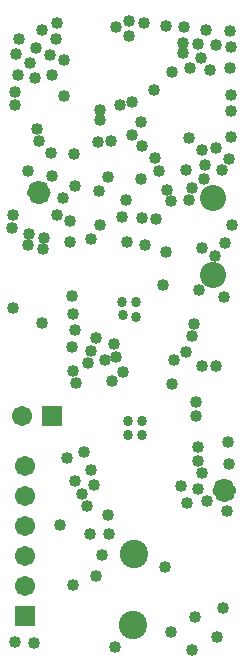
<source format=gbs>
%FSLAX24Y24*%
%MOIN*%
G70*
G01*
G75*
G04 Layer_Color=16711935*
%ADD10C,0.0197*%
%ADD11C,0.0276*%
%ADD12R,0.0250X0.0200*%
%ADD13R,0.0827X0.0689*%
%ADD14R,0.1142X0.0689*%
%ADD15R,0.1142X0.0886*%
%ADD16R,0.0433X0.0236*%
%ADD17R,0.0300X0.0300*%
%ADD18R,0.0300X0.0300*%
%ADD19R,0.0236X0.0433*%
%ADD20R,0.0335X0.1693*%
%ADD21R,0.0200X0.0250*%
%ADD22C,0.0472*%
%ADD23R,0.1102X0.1102*%
%ADD24O,0.0256X0.0138*%
%ADD25O,0.0138X0.0256*%
%ADD26R,0.0591X0.0512*%
%ADD27R,0.0320X0.0300*%
%ADD28R,0.1024X0.1024*%
%ADD29O,0.0098X0.0276*%
%ADD30O,0.0276X0.0098*%
%ADD31R,0.0433X0.0472*%
%ADD32R,0.0354X0.0110*%
%ADD33R,0.0110X0.0354*%
%ADD34R,0.0110X0.0354*%
%ADD35R,0.0512X0.0591*%
%ADD36C,0.0250*%
%ADD37C,0.0150*%
%ADD38C,0.0100*%
%ADD39C,0.0300*%
%ADD40C,0.0400*%
%ADD41C,0.0200*%
%ADD42C,0.0080*%
%ADD43C,0.0350*%
%ADD44C,0.0120*%
%ADD45C,0.0059*%
%ADD46C,0.0500*%
%ADD47C,0.0060*%
%ADD48R,0.0579X0.0630*%
%ADD49R,0.0190X0.0515*%
%ADD50R,0.1180X0.0320*%
%ADD51R,0.0595X0.1290*%
%ADD52R,0.0400X0.0900*%
%ADD53R,0.1029X0.0407*%
%ADD54R,0.0550X0.1050*%
%ADD55R,0.0879X0.3300*%
%ADD56R,0.0570X0.1500*%
%ADD57C,0.0787*%
%ADD58C,0.0866*%
%ADD59R,0.0591X0.0591*%
%ADD60C,0.0591*%
%ADD61R,0.0591X0.0591*%
%ADD62C,0.0320*%
%ADD63C,0.0260*%
%ADD64R,0.1400X0.1000*%
%ADD65C,0.0098*%
%ADD66C,0.0039*%
%ADD67C,0.0079*%
%ADD68C,0.0050*%
%ADD69C,0.0043*%
%ADD70C,0.0394*%
%ADD71R,0.0330X0.0280*%
%ADD72R,0.0907X0.0769*%
%ADD73R,0.1222X0.0769*%
%ADD74R,0.1222X0.0966*%
%ADD75R,0.0513X0.0316*%
%ADD76R,0.0380X0.0380*%
%ADD77R,0.0380X0.0380*%
%ADD78R,0.0316X0.0513*%
%ADD79R,0.0415X0.1773*%
%ADD80R,0.0280X0.0330*%
%ADD81C,0.0552*%
%ADD82R,0.1182X0.1182*%
%ADD83O,0.0336X0.0218*%
%ADD84O,0.0218X0.0336*%
%ADD85R,0.0671X0.0592*%
%ADD86R,0.0400X0.0380*%
%ADD87R,0.1104X0.1104*%
%ADD88O,0.0178X0.0356*%
%ADD89O,0.0356X0.0178*%
%ADD90R,0.0513X0.0552*%
%ADD91R,0.0434X0.0190*%
%ADD92R,0.0190X0.0434*%
%ADD93R,0.0190X0.0434*%
%ADD94R,0.0592X0.0671*%
%ADD95C,0.0867*%
%ADD96C,0.0946*%
%ADD97R,0.0671X0.0671*%
%ADD98C,0.0671*%
%ADD99R,0.0671X0.0671*%
%ADD100C,0.0400*%
%ADD101C,0.0340*%
D70*
X1348Y15600D02*
G03*
X1348Y15600I-197J0D01*
G01*
X7527Y5670D02*
G03*
X7527Y5670I-197J0D01*
G01*
D95*
X6950Y12850D02*
D03*
Y15409D02*
D03*
D96*
X4320Y3543D02*
D03*
X4298Y1181D02*
D03*
D97*
X680Y1480D02*
D03*
D98*
Y2480D02*
D03*
Y3480D02*
D03*
Y4480D02*
D03*
Y5480D02*
D03*
Y6480D02*
D03*
X600Y8150D02*
D03*
D99*
X1600D02*
D03*
D100*
X6060Y10280D02*
D03*
X6680Y16510D02*
D03*
X7020Y13480D02*
D03*
X7440Y7280D02*
D03*
X5340Y3130D02*
D03*
X5550Y940D02*
D03*
X3060Y2800D02*
D03*
X3240Y3520D02*
D03*
X3920Y14770D02*
D03*
X5300Y12500D02*
D03*
X1300Y13710D02*
D03*
X820Y14230D02*
D03*
X6390Y8140D02*
D03*
X1310Y14070D02*
D03*
X6250Y350D02*
D03*
X3700Y450D02*
D03*
X4550Y16050D02*
D03*
X5050Y14700D02*
D03*
X4600Y14750D02*
D03*
X2250Y10450D02*
D03*
X2350Y11000D02*
D03*
X2300Y11550D02*
D03*
X7050Y9820D02*
D03*
X6600D02*
D03*
X1250Y11250D02*
D03*
X2800Y9900D02*
D03*
X2900Y10300D02*
D03*
X3650Y10550D02*
D03*
X3050Y10750D02*
D03*
X4700Y13850D02*
D03*
X6330Y11200D02*
D03*
X7320Y12130D02*
D03*
X3450Y16100D02*
D03*
X3150Y15650D02*
D03*
X3350Y10000D02*
D03*
X3600Y9300D02*
D03*
X6250Y10820D02*
D03*
X5650Y10000D02*
D03*
X5400Y13600D02*
D03*
X4100Y13950D02*
D03*
X2250Y12150D02*
D03*
X6400Y8600D02*
D03*
X5600Y9200D02*
D03*
X2650Y6950D02*
D03*
X300Y14850D02*
D03*
Y11750D02*
D03*
X250Y14400D02*
D03*
X800Y13850D02*
D03*
X2200Y13950D02*
D03*
X2000Y18800D02*
D03*
X6450Y7100D02*
D03*
X6600Y6250D02*
D03*
X6450Y6650D02*
D03*
X2900Y14050D02*
D03*
X3200Y14500D02*
D03*
X2300Y9650D02*
D03*
X3730Y10115D02*
D03*
X500Y20700D02*
D03*
X6600Y17000D02*
D03*
X1150Y17300D02*
D03*
X7500Y6560D02*
D03*
Y16700D02*
D03*
X7550Y17450D02*
D03*
Y18300D02*
D03*
Y18850D02*
D03*
X2100Y6750D02*
D03*
X1950Y15400D02*
D03*
X980Y590D02*
D03*
X7550Y20450D02*
D03*
X450Y19500D02*
D03*
X1050Y20420D02*
D03*
X7520Y20980D02*
D03*
X6000Y21100D02*
D03*
X4150Y21300D02*
D03*
X3500Y4200D02*
D03*
X2850D02*
D03*
X6750Y5300D02*
D03*
X6100Y5250D02*
D03*
X2300Y2500D02*
D03*
X350Y600D02*
D03*
X7300Y1750D02*
D03*
X7080Y780D02*
D03*
X7410Y4980D02*
D03*
X6460Y5720D02*
D03*
X2740Y5140D02*
D03*
X3000Y5860D02*
D03*
X2360Y5970D02*
D03*
X7600Y14500D02*
D03*
X1600Y16150D02*
D03*
X2200Y14650D02*
D03*
X400Y20200D02*
D03*
X1600Y19500D02*
D03*
X1510Y20190D02*
D03*
X7520Y19760D02*
D03*
X6200Y19740D02*
D03*
X6720Y21030D02*
D03*
X7070Y17070D02*
D03*
X5900Y5800D02*
D03*
X800Y16300D02*
D03*
X2330Y16870D02*
D03*
X5010Y16740D02*
D03*
X6870Y19670D02*
D03*
X7250Y16350D02*
D03*
X4990Y19020D02*
D03*
X4550Y17950D02*
D03*
X4600Y17160D02*
D03*
X4250Y17500D02*
D03*
Y18600D02*
D03*
X3850Y18500D02*
D03*
X350D02*
D03*
X1550Y16900D02*
D03*
X1100Y17700D02*
D03*
X1020Y19420D02*
D03*
X350Y18950D02*
D03*
X4160Y20820D02*
D03*
X5950Y20580D02*
D03*
X4650Y21250D02*
D03*
X1250Y21030D02*
D03*
X2000Y20030D02*
D03*
X1720Y20730D02*
D03*
X6440Y20560D02*
D03*
X5950Y20240D02*
D03*
X5600Y19600D02*
D03*
X5390Y21140D02*
D03*
X6550Y20070D02*
D03*
X870Y19930D02*
D03*
X3710Y21130D02*
D03*
X6500Y12350D02*
D03*
X6150Y17400D02*
D03*
X6250Y15750D02*
D03*
X2900Y6350D02*
D03*
X2600Y5550D02*
D03*
X7350Y13900D02*
D03*
X6350Y1450D02*
D03*
X1850Y4500D02*
D03*
X3450Y4850D02*
D03*
X6050Y16350D02*
D03*
X1750Y14850D02*
D03*
X6600Y13750D02*
D03*
X3200Y18350D02*
D03*
X2350Y15800D02*
D03*
X6150Y15350D02*
D03*
X5550Y15300D02*
D03*
X5406Y15680D02*
D03*
X6650Y16050D02*
D03*
X4050Y15350D02*
D03*
X2400Y9250D02*
D03*
X3950Y9600D02*
D03*
X3550Y17300D02*
D03*
X3200Y18000D02*
D03*
X3110Y17290D02*
D03*
X5150Y16300D02*
D03*
X1760Y21260D02*
D03*
X7040Y20530D02*
D03*
D101*
X3914Y11936D02*
D03*
X4386Y11464D02*
D03*
Y11936D02*
D03*
X4128Y7972D02*
D03*
X4600Y7972D02*
D03*
X4128Y7500D02*
D03*
X4600D02*
D03*
X3950Y11500D02*
D03*
M02*

</source>
